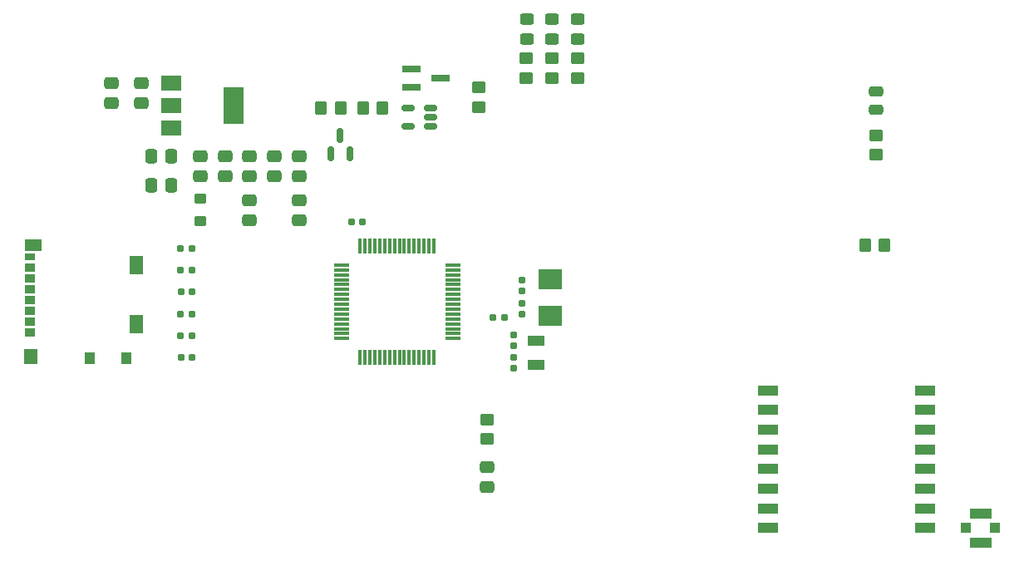
<source format=gtp>
%TF.GenerationSoftware,KiCad,Pcbnew,6.0.7-f9a2dced07~116~ubuntu20.04.1*%
%TF.CreationDate,2023-02-02T12:22:43+01:00*%
%TF.ProjectId,MoleNet_V5.2.2,4d6f6c65-4e65-4745-9f56-352e322e322e,1*%
%TF.SameCoordinates,Original*%
%TF.FileFunction,Paste,Top*%
%TF.FilePolarity,Positive*%
%FSLAX46Y46*%
G04 Gerber Fmt 4.6, Leading zero omitted, Abs format (unit mm)*
G04 Created by KiCad (PCBNEW 6.0.7-f9a2dced07~116~ubuntu20.04.1) date 2023-02-02 12:22:43*
%MOMM*%
%LPD*%
G01*
G04 APERTURE LIST*
G04 Aperture macros list*
%AMRoundRect*
0 Rectangle with rounded corners*
0 $1 Rounding radius*
0 $2 $3 $4 $5 $6 $7 $8 $9 X,Y pos of 4 corners*
0 Add a 4 corners polygon primitive as box body*
4,1,4,$2,$3,$4,$5,$6,$7,$8,$9,$2,$3,0*
0 Add four circle primitives for the rounded corners*
1,1,$1+$1,$2,$3*
1,1,$1+$1,$4,$5*
1,1,$1+$1,$6,$7*
1,1,$1+$1,$8,$9*
0 Add four rect primitives between the rounded corners*
20,1,$1+$1,$2,$3,$4,$5,0*
20,1,$1+$1,$4,$5,$6,$7,0*
20,1,$1+$1,$6,$7,$8,$9,0*
20,1,$1+$1,$8,$9,$2,$3,0*%
G04 Aperture macros list end*
%ADD10RoundRect,0.155000X0.155000X-0.212500X0.155000X0.212500X-0.155000X0.212500X-0.155000X-0.212500X0*%
%ADD11RoundRect,0.250000X-0.475000X0.337500X-0.475000X-0.337500X0.475000X-0.337500X0.475000X0.337500X0*%
%ADD12RoundRect,0.250000X-0.450000X0.350000X-0.450000X-0.350000X0.450000X-0.350000X0.450000X0.350000X0*%
%ADD13R,2.400000X2.000000*%
%ADD14RoundRect,0.155000X0.212500X0.155000X-0.212500X0.155000X-0.212500X-0.155000X0.212500X-0.155000X0*%
%ADD15RoundRect,0.160000X0.197500X0.160000X-0.197500X0.160000X-0.197500X-0.160000X0.197500X-0.160000X0*%
%ADD16RoundRect,0.250000X-0.450000X0.325000X-0.450000X-0.325000X0.450000X-0.325000X0.450000X0.325000X0*%
%ADD17RoundRect,0.250000X-0.475000X0.250000X-0.475000X-0.250000X0.475000X-0.250000X0.475000X0.250000X0*%
%ADD18RoundRect,0.250000X-0.350000X-0.450000X0.350000X-0.450000X0.350000X0.450000X-0.350000X0.450000X0*%
%ADD19RoundRect,0.250000X0.337500X0.475000X-0.337500X0.475000X-0.337500X-0.475000X0.337500X-0.475000X0*%
%ADD20RoundRect,0.250000X0.350000X-0.275000X0.350000X0.275000X-0.350000X0.275000X-0.350000X-0.275000X0*%
%ADD21RoundRect,0.250000X0.450000X-0.350000X0.450000X0.350000X-0.450000X0.350000X-0.450000X-0.350000X0*%
%ADD22RoundRect,0.250000X0.350000X0.450000X-0.350000X0.450000X-0.350000X-0.450000X0.350000X-0.450000X0*%
%ADD23RoundRect,0.155000X-0.212500X-0.155000X0.212500X-0.155000X0.212500X0.155000X-0.212500X0.155000X0*%
%ADD24R,2.000000X1.000000*%
%ADD25R,1.000000X1.000000*%
%ADD26R,2.200000X1.050000*%
%ADD27RoundRect,0.155000X-0.155000X0.212500X-0.155000X-0.212500X0.155000X-0.212500X0.155000X0.212500X0*%
%ADD28R,1.800000X1.000000*%
%ADD29RoundRect,0.150000X0.512500X0.150000X-0.512500X0.150000X-0.512500X-0.150000X0.512500X-0.150000X0*%
%ADD30R,1.100000X0.850000*%
%ADD31R,1.100000X0.750000*%
%ADD32R,1.000000X1.200000*%
%ADD33R,1.350000X1.900000*%
%ADD34R,1.800000X1.170000*%
%ADD35R,1.350000X1.550000*%
%ADD36RoundRect,0.150000X0.150000X-0.587500X0.150000X0.587500X-0.150000X0.587500X-0.150000X-0.587500X0*%
%ADD37RoundRect,0.075000X0.700000X0.075000X-0.700000X0.075000X-0.700000X-0.075000X0.700000X-0.075000X0*%
%ADD38RoundRect,0.075000X0.075000X0.700000X-0.075000X0.700000X-0.075000X-0.700000X0.075000X-0.700000X0*%
%ADD39R,1.900000X0.800000*%
%ADD40R,2.000000X1.500000*%
%ADD41R,2.000000X3.800000*%
G04 APERTURE END LIST*
D10*
%TO.C,C10*%
X147530700Y-95772100D03*
X147530700Y-94637100D03*
%TD*%
D11*
%TO.C,C12*%
X118110000Y-76403200D03*
X118110000Y-78478200D03*
%TD*%
D12*
%TO.C,R3*%
X154063700Y-66437000D03*
X154063700Y-68437000D03*
%TD*%
D13*
%TO.C,Y1*%
X151282400Y-92655000D03*
X151282400Y-88955000D03*
%TD*%
D11*
%TO.C,C17*%
X125658800Y-80877500D03*
X125658800Y-82952500D03*
%TD*%
D14*
%TO.C,C2*%
X132139500Y-83134200D03*
X131004500Y-83134200D03*
%TD*%
D15*
%TO.C,R9*%
X114795900Y-92481400D03*
X113600900Y-92481400D03*
%TD*%
D16*
%TO.C,D2*%
X151434800Y-62449600D03*
X151434800Y-64499600D03*
%TD*%
D17*
%TO.C,C1*%
X184409000Y-69789000D03*
X184409000Y-71689000D03*
%TD*%
D12*
%TO.C,R5*%
X144830800Y-103241600D03*
X144830800Y-105241600D03*
%TD*%
D15*
%TO.C,R7*%
X114795900Y-94705480D03*
X113600900Y-94705480D03*
%TD*%
D18*
%TO.C,R1*%
X183316800Y-85521800D03*
X185316800Y-85521800D03*
%TD*%
D11*
%TO.C,C20*%
X109555200Y-68961000D03*
X109555200Y-71036000D03*
%TD*%
D19*
%TO.C,C22*%
X112666600Y-76428600D03*
X110591600Y-76428600D03*
%TD*%
D11*
%TO.C,C15*%
X125653800Y-76403200D03*
X125653800Y-78478200D03*
%TD*%
D19*
%TO.C,C18*%
X112666600Y-79375000D03*
X110591600Y-79375000D03*
%TD*%
D15*
%TO.C,R10*%
X114795900Y-88053240D03*
X113600900Y-88053240D03*
%TD*%
D11*
%TO.C,C16*%
X120629600Y-80877500D03*
X120629600Y-82952500D03*
%TD*%
%TO.C,C11*%
X115595400Y-76403200D03*
X115595400Y-78478200D03*
%TD*%
D20*
%TO.C,FB1*%
X115600400Y-83065000D03*
X115600400Y-80765000D03*
%TD*%
D11*
%TO.C,C14*%
X123139200Y-76403200D03*
X123139200Y-78478200D03*
%TD*%
D12*
%TO.C,R4*%
X151409400Y-66437000D03*
X151409400Y-68437000D03*
%TD*%
D21*
%TO.C,R12*%
X144000000Y-71400000D03*
X144000000Y-69400000D03*
%TD*%
D15*
%TO.C,R6*%
X146591700Y-92887800D03*
X145396700Y-92887800D03*
%TD*%
D16*
%TO.C,D4*%
X148844000Y-62449600D03*
X148844000Y-64499600D03*
%TD*%
D10*
%TO.C,C4*%
X148336000Y-92515500D03*
X148336000Y-91380500D03*
%TD*%
D22*
%TO.C,R13*%
X134186600Y-71526400D03*
X132186600Y-71526400D03*
%TD*%
D23*
%TO.C,C9*%
X113630900Y-96919560D03*
X114765900Y-96919560D03*
%TD*%
D24*
%TO.C,U3*%
X173462600Y-100289600D03*
X173462600Y-102289600D03*
X173462600Y-104289600D03*
X173462600Y-106289600D03*
X173462600Y-108289600D03*
X173462600Y-110289600D03*
X173462600Y-112289600D03*
X173462600Y-114289600D03*
X189462600Y-114289600D03*
X189462600Y-112289600D03*
X189462600Y-110289600D03*
X189462600Y-108289600D03*
X189462600Y-106289600D03*
X189462600Y-104289600D03*
X189462600Y-102289600D03*
X189462600Y-100289600D03*
%TD*%
D25*
%TO.C,J6*%
X193577000Y-114300000D03*
D26*
X195077000Y-115775000D03*
D25*
X196577000Y-114300000D03*
D26*
X195077000Y-112825000D03*
%TD*%
D11*
%TO.C,C13*%
X120624600Y-76403200D03*
X120624600Y-78478200D03*
%TD*%
%TO.C,C19*%
X106558000Y-68935600D03*
X106558000Y-71010600D03*
%TD*%
D27*
%TO.C,C7*%
X147530700Y-96923100D03*
X147530700Y-98058100D03*
%TD*%
D28*
%TO.C,Y2*%
X149842100Y-97699200D03*
X149842100Y-95199200D03*
%TD*%
D29*
%TO.C,U2*%
X139039100Y-73416200D03*
X139039100Y-72466200D03*
X139039100Y-71516200D03*
X136764100Y-71516200D03*
X136764100Y-73416200D03*
%TD*%
D22*
%TO.C,R14*%
X129884600Y-71526400D03*
X127884600Y-71526400D03*
%TD*%
D11*
%TO.C,C5*%
X144830800Y-108080900D03*
X144830800Y-110155900D03*
%TD*%
D30*
%TO.C,J11*%
X98237800Y-94359400D03*
X98237800Y-93259400D03*
X98237800Y-92159400D03*
X98237800Y-91059400D03*
X98237800Y-89959400D03*
X98237800Y-88859400D03*
X98237800Y-87759400D03*
D31*
X98237800Y-86709400D03*
D32*
X104387800Y-96994400D03*
X108087800Y-96994400D03*
D33*
X109062800Y-87524400D03*
D34*
X98587800Y-85499400D03*
D35*
X98362800Y-96819400D03*
D33*
X109062800Y-93494400D03*
%TD*%
D12*
%TO.C,R8*%
X148755100Y-66437000D03*
X148755100Y-68437000D03*
%TD*%
D36*
%TO.C,D5*%
X128920200Y-76197700D03*
X130820200Y-76197700D03*
X129870200Y-74322700D03*
%TD*%
D37*
%TO.C,U1*%
X141316000Y-95004400D03*
X141316000Y-94504400D03*
X141316000Y-94004400D03*
X141316000Y-93504400D03*
X141316000Y-93004400D03*
X141316000Y-92504400D03*
X141316000Y-92004400D03*
X141316000Y-91504400D03*
X141316000Y-91004400D03*
X141316000Y-90504400D03*
X141316000Y-90004400D03*
X141316000Y-89504400D03*
X141316000Y-89004400D03*
X141316000Y-88504400D03*
X141316000Y-88004400D03*
X141316000Y-87504400D03*
D38*
X139391000Y-85579400D03*
X138891000Y-85579400D03*
X138391000Y-85579400D03*
X137891000Y-85579400D03*
X137391000Y-85579400D03*
X136891000Y-85579400D03*
X136391000Y-85579400D03*
X135891000Y-85579400D03*
X135391000Y-85579400D03*
X134891000Y-85579400D03*
X134391000Y-85579400D03*
X133891000Y-85579400D03*
X133391000Y-85579400D03*
X132891000Y-85579400D03*
X132391000Y-85579400D03*
X131891000Y-85579400D03*
D37*
X129966000Y-87504400D03*
X129966000Y-88004400D03*
X129966000Y-88504400D03*
X129966000Y-89004400D03*
X129966000Y-89504400D03*
X129966000Y-90004400D03*
X129966000Y-90504400D03*
X129966000Y-91004400D03*
X129966000Y-91504400D03*
X129966000Y-92004400D03*
X129966000Y-92504400D03*
X129966000Y-93004400D03*
X129966000Y-93504400D03*
X129966000Y-94004400D03*
X129966000Y-94504400D03*
X129966000Y-95004400D03*
D38*
X131891000Y-96929400D03*
X132391000Y-96929400D03*
X132891000Y-96929400D03*
X133391000Y-96929400D03*
X133891000Y-96929400D03*
X134391000Y-96929400D03*
X134891000Y-96929400D03*
X135391000Y-96929400D03*
X135891000Y-96929400D03*
X136391000Y-96929400D03*
X136891000Y-96929400D03*
X137391000Y-96929400D03*
X137891000Y-96929400D03*
X138391000Y-96929400D03*
X138891000Y-96929400D03*
X139391000Y-96929400D03*
%TD*%
D39*
%TO.C,Q1*%
X137112800Y-67503000D03*
X137112800Y-69403000D03*
X140112800Y-68453000D03*
%TD*%
D16*
%TO.C,D1*%
X154025600Y-62449600D03*
X154025600Y-64499600D03*
%TD*%
D21*
%TO.C,R2*%
X184409000Y-76285600D03*
X184409000Y-74285600D03*
%TD*%
D15*
%TO.C,R11*%
X114795900Y-85829160D03*
X113600900Y-85829160D03*
%TD*%
D23*
%TO.C,C8*%
X113630900Y-90267320D03*
X114765900Y-90267320D03*
%TD*%
D27*
%TO.C,C6*%
X148356400Y-89027000D03*
X148356400Y-90162000D03*
%TD*%
D40*
%TO.C,U4*%
X112674000Y-68972400D03*
X112674000Y-71272400D03*
D41*
X118974000Y-71272400D03*
D40*
X112674000Y-73572400D03*
%TD*%
M02*

</source>
